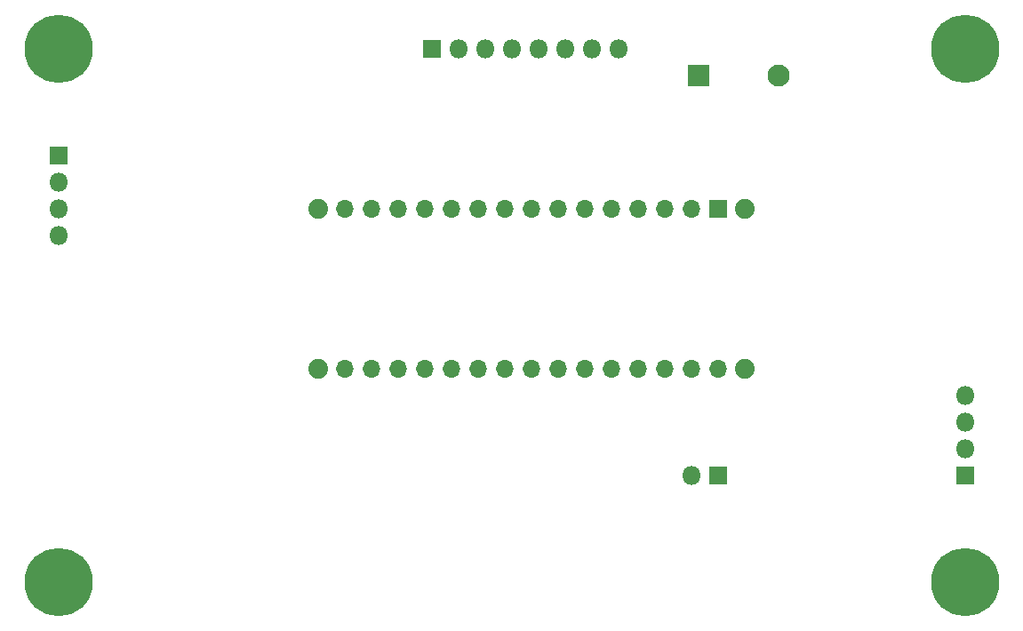
<source format=gbr>
%TF.GenerationSoftware,KiCad,Pcbnew,(5.1.6)-1*%
%TF.CreationDate,2020-10-11T10:25:28+02:00*%
%TF.ProjectId,CaptureTheFlag,43617074-7572-4655-9468-65466c61672e,rev?*%
%TF.SameCoordinates,Original*%
%TF.FileFunction,Soldermask,Top*%
%TF.FilePolarity,Negative*%
%FSLAX46Y46*%
G04 Gerber Fmt 4.6, Leading zero omitted, Abs format (unit mm)*
G04 Created by KiCad (PCBNEW (5.1.6)-1) date 2020-10-11 10:25:28*
%MOMM*%
%LPD*%
G01*
G04 APERTURE LIST*
%ADD10R,1.800000X1.800000*%
%ADD11O,1.800000X1.800000*%
%ADD12R,1.700000X1.700000*%
%ADD13O,1.700000X1.700000*%
%ADD14C,1.880000*%
%ADD15R,2.100000X2.100000*%
%ADD16C,2.100000*%
%ADD17C,6.500000*%
%ADD18C,0.900000*%
G04 APERTURE END LIST*
D10*
%TO.C,J3*%
X154940000Y-88900000D03*
D11*
X157480000Y-88900000D03*
X160020000Y-88900000D03*
X162560000Y-88900000D03*
X165100000Y-88900000D03*
X167640000Y-88900000D03*
X170180000Y-88900000D03*
X172720000Y-88900000D03*
%TD*%
D12*
%TO.C,A1*%
X182245000Y-104140000D03*
D13*
X149225000Y-119380000D03*
X179705000Y-104140000D03*
X151765000Y-119380000D03*
X177165000Y-104140000D03*
X154305000Y-119380000D03*
X174625000Y-104140000D03*
X156845000Y-119380000D03*
X172085000Y-104140000D03*
X159385000Y-119380000D03*
X169545000Y-104140000D03*
X161925000Y-119380000D03*
X167005000Y-104140000D03*
X164465000Y-119380000D03*
X164465000Y-104140000D03*
X167005000Y-119380000D03*
X161925000Y-104140000D03*
X169545000Y-119380000D03*
X159385000Y-104140000D03*
X172085000Y-119380000D03*
X156845000Y-104140000D03*
X174625000Y-119380000D03*
X154305000Y-104140000D03*
X177165000Y-119380000D03*
X151765000Y-104140000D03*
X179705000Y-119380000D03*
X149225000Y-104140000D03*
X182245000Y-119380000D03*
X146685000Y-104140000D03*
X146685000Y-119380000D03*
D14*
X184785000Y-104140000D03*
X184785000Y-119380000D03*
X144145000Y-119380000D03*
X144145000Y-104140000D03*
%TD*%
D15*
%TO.C,BZ1*%
X180340000Y-91440000D03*
D16*
X187940000Y-91440000D03*
%TD*%
D17*
%TO.C,H1*%
X205740000Y-88900000D03*
D18*
X208140000Y-88900000D03*
X207437056Y-90597056D03*
X205740000Y-91300000D03*
X204042944Y-90597056D03*
X203340000Y-88900000D03*
X204042944Y-87202944D03*
X205740000Y-86500000D03*
X207437056Y-87202944D03*
%TD*%
%TO.C,H2*%
X207437056Y-138002944D03*
X205740000Y-137300000D03*
X204042944Y-138002944D03*
X203340000Y-139700000D03*
X204042944Y-141397056D03*
X205740000Y-142100000D03*
X207437056Y-141397056D03*
X208140000Y-139700000D03*
D17*
X205740000Y-139700000D03*
%TD*%
%TO.C,H3*%
X119380000Y-139700000D03*
D18*
X121780000Y-139700000D03*
X121077056Y-141397056D03*
X119380000Y-142100000D03*
X117682944Y-141397056D03*
X116980000Y-139700000D03*
X117682944Y-138002944D03*
X119380000Y-137300000D03*
X121077056Y-138002944D03*
%TD*%
%TO.C,H4*%
X121077056Y-87202944D03*
X119380000Y-86500000D03*
X117682944Y-87202944D03*
X116980000Y-88900000D03*
X117682944Y-90597056D03*
X119380000Y-91300000D03*
X121077056Y-90597056D03*
X121780000Y-88900000D03*
D17*
X119380000Y-88900000D03*
%TD*%
D10*
%TO.C,J1*%
X205740000Y-129540000D03*
D11*
X205740000Y-127000000D03*
X205740000Y-124460000D03*
X205740000Y-121920000D03*
%TD*%
%TO.C,J2*%
X119380000Y-106680000D03*
X119380000Y-104140000D03*
X119380000Y-101600000D03*
D10*
X119380000Y-99060000D03*
%TD*%
%TO.C,J4*%
X182245000Y-129540000D03*
D11*
X179705000Y-129540000D03*
%TD*%
M02*

</source>
